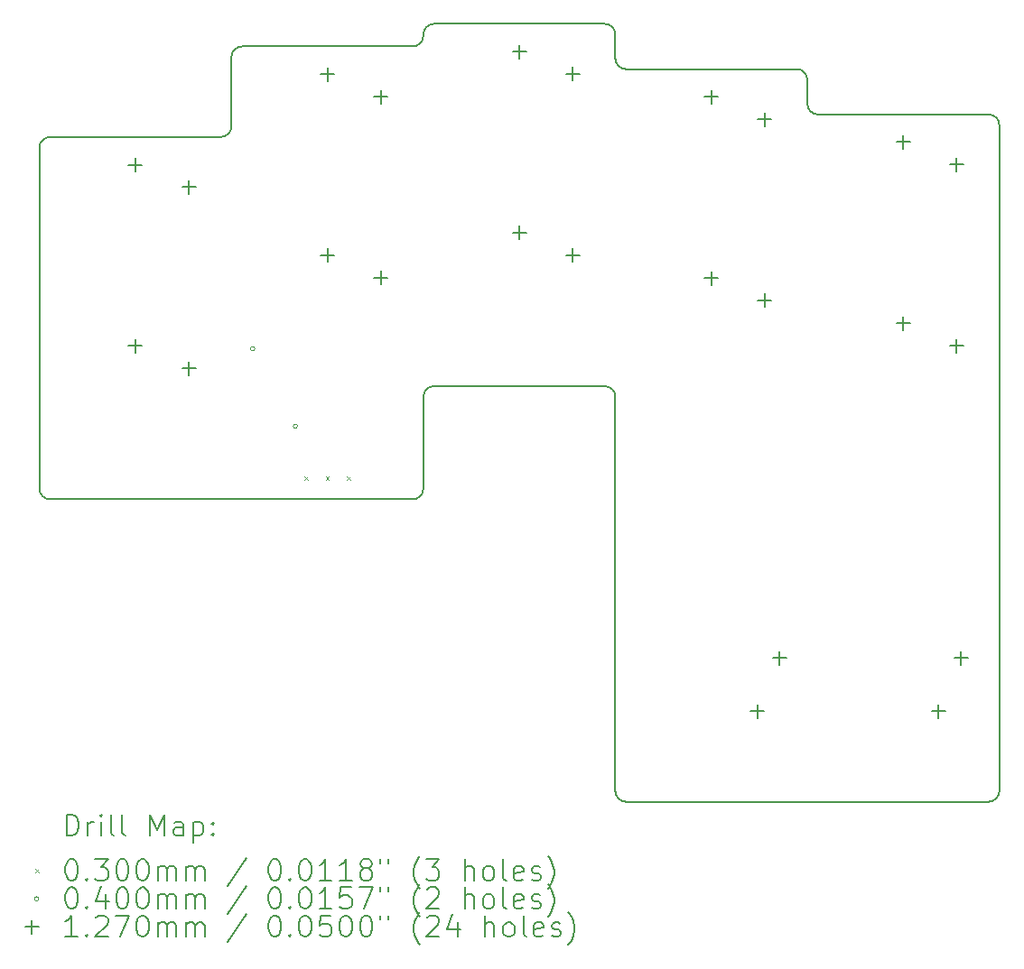
<source format=gbr>
%TF.GenerationSoftware,KiCad,Pcbnew,7.0.8*%
%TF.CreationDate,2024-04-01T22:38:57+01:00*%
%TF.ProjectId,left,6c656674-2e6b-4696-9361-645f70636258,v1.0.0*%
%TF.SameCoordinates,Original*%
%TF.FileFunction,Drillmap*%
%TF.FilePolarity,Positive*%
%FSLAX45Y45*%
G04 Gerber Fmt 4.5, Leading zero omitted, Abs format (unit mm)*
G04 Created by KiCad (PCBNEW 7.0.8) date 2024-04-01 22:38:57*
%MOMM*%
%LPD*%
G01*
G04 APERTURE LIST*
%ADD10C,0.150000*%
%ADD11C,0.200000*%
%ADD12C,0.030000*%
%ADD13C,0.040000*%
%ADD14C,0.127000*%
G04 APERTURE END LIST*
D10*
X10100000Y-14462500D02*
X13500000Y-14462500D01*
X10000000Y-14362500D02*
X10000000Y-11162500D01*
X11700000Y-11062500D02*
X10100000Y-11062500D01*
X13600000Y-14362500D02*
X13600000Y-13500000D01*
X13500000Y-10212500D02*
X11900000Y-10212500D01*
X11800000Y-10312500D02*
X11800000Y-10962500D01*
X13700000Y-13400000D02*
X15300000Y-13400000D01*
X15400000Y-10325000D02*
X15400000Y-10100000D01*
X15300000Y-10000000D02*
X13700000Y-10000000D01*
X13600000Y-10100000D02*
X13600000Y-10112500D01*
X15400000Y-17200000D02*
X15400000Y-13500000D01*
X17200000Y-10750000D02*
X17200000Y-10525000D01*
X17100000Y-10425000D02*
X15500000Y-10425000D01*
X19000000Y-17200000D02*
X19000000Y-10950000D01*
X18900000Y-10850000D02*
X17300000Y-10850000D01*
X15500000Y-17300000D02*
X18900000Y-17300000D01*
X13500000Y-14462500D02*
G75*
G03*
X13600000Y-14362500I0J100000D01*
G01*
X13700000Y-13400000D02*
G75*
G03*
X13600000Y-13500000I0J-100000D01*
G01*
X15400000Y-13500000D02*
G75*
G03*
X15300000Y-13400000I-100000J0D01*
G01*
X15400000Y-17200000D02*
G75*
G03*
X15500000Y-17300000I100000J0D01*
G01*
X18900000Y-17300000D02*
G75*
G03*
X19000000Y-17200000I0J100000D01*
G01*
X19000000Y-10950000D02*
G75*
G03*
X18900000Y-10850000I-100000J0D01*
G01*
X17200000Y-10750000D02*
G75*
G03*
X17300000Y-10850000I100000J0D01*
G01*
X17200000Y-10525000D02*
G75*
G03*
X17100000Y-10425000I-100000J0D01*
G01*
X15400000Y-10325000D02*
G75*
G03*
X15500000Y-10425000I100000J0D01*
G01*
X15400000Y-10100000D02*
G75*
G03*
X15300000Y-10000000I-100000J0D01*
G01*
X13700000Y-10000000D02*
G75*
G03*
X13600000Y-10100000I0J-100000D01*
G01*
X13500000Y-10212500D02*
G75*
G03*
X13600000Y-10112500I0J100000D01*
G01*
X11900000Y-10212500D02*
G75*
G03*
X11800000Y-10312500I0J-100000D01*
G01*
X11700000Y-11062500D02*
G75*
G03*
X11800000Y-10962500I0J100000D01*
G01*
X10100000Y-11062500D02*
G75*
G03*
X10000000Y-11162500I0J-100000D01*
G01*
X10000000Y-14362500D02*
G75*
G03*
X10100000Y-14462500I100000J0D01*
G01*
D11*
D12*
X12485000Y-14247500D02*
X12515000Y-14277500D01*
X12515000Y-14247500D02*
X12485000Y-14277500D01*
X12685000Y-14247500D02*
X12715000Y-14277500D01*
X12715000Y-14247500D02*
X12685000Y-14277500D01*
X12885000Y-14247500D02*
X12915000Y-14277500D01*
X12915000Y-14247500D02*
X12885000Y-14277500D01*
D13*
X12020000Y-13050000D02*
G75*
G03*
X12020000Y-13050000I-20000J0D01*
G01*
X12420000Y-13775000D02*
G75*
G03*
X12420000Y-13775000I-20000J0D01*
G01*
D14*
X10900000Y-11259000D02*
X10900000Y-11386000D01*
X10836500Y-11322500D02*
X10963500Y-11322500D01*
X10900000Y-12959000D02*
X10900000Y-13086000D01*
X10836500Y-13022500D02*
X10963500Y-13022500D01*
X11400000Y-11469000D02*
X11400000Y-11596000D01*
X11336500Y-11532500D02*
X11463500Y-11532500D01*
X11400000Y-13169000D02*
X11400000Y-13296000D01*
X11336500Y-13232500D02*
X11463500Y-13232500D01*
X12700000Y-10409000D02*
X12700000Y-10536000D01*
X12636500Y-10472500D02*
X12763500Y-10472500D01*
X12700000Y-12109000D02*
X12700000Y-12236000D01*
X12636500Y-12172500D02*
X12763500Y-12172500D01*
X13200000Y-10619000D02*
X13200000Y-10746000D01*
X13136500Y-10682500D02*
X13263500Y-10682500D01*
X13200000Y-12319000D02*
X13200000Y-12446000D01*
X13136500Y-12382500D02*
X13263500Y-12382500D01*
X14500000Y-10196500D02*
X14500000Y-10323500D01*
X14436500Y-10260000D02*
X14563500Y-10260000D01*
X14500000Y-11896500D02*
X14500000Y-12023500D01*
X14436500Y-11960000D02*
X14563500Y-11960000D01*
X15000000Y-10406500D02*
X15000000Y-10533500D01*
X14936500Y-10470000D02*
X15063500Y-10470000D01*
X15000000Y-12106500D02*
X15000000Y-12233500D01*
X14936500Y-12170000D02*
X15063500Y-12170000D01*
X16300000Y-10621500D02*
X16300000Y-10748500D01*
X16236500Y-10685000D02*
X16363500Y-10685000D01*
X16300000Y-12321500D02*
X16300000Y-12448500D01*
X16236500Y-12385000D02*
X16363500Y-12385000D01*
X16730000Y-16386500D02*
X16730000Y-16513500D01*
X16666500Y-16450000D02*
X16793500Y-16450000D01*
X16800000Y-10831500D02*
X16800000Y-10958500D01*
X16736500Y-10895000D02*
X16863500Y-10895000D01*
X16800000Y-12531500D02*
X16800000Y-12658500D01*
X16736500Y-12595000D02*
X16863500Y-12595000D01*
X16940000Y-15886500D02*
X16940000Y-16013500D01*
X16876500Y-15950000D02*
X17003500Y-15950000D01*
X18100000Y-11046500D02*
X18100000Y-11173500D01*
X18036500Y-11110000D02*
X18163500Y-11110000D01*
X18100000Y-12746500D02*
X18100000Y-12873500D01*
X18036500Y-12810000D02*
X18163500Y-12810000D01*
X18430000Y-16386500D02*
X18430000Y-16513500D01*
X18366500Y-16450000D02*
X18493500Y-16450000D01*
X18600000Y-11256500D02*
X18600000Y-11383500D01*
X18536500Y-11320000D02*
X18663500Y-11320000D01*
X18600000Y-12956500D02*
X18600000Y-13083500D01*
X18536500Y-13020000D02*
X18663500Y-13020000D01*
X18640000Y-15886500D02*
X18640000Y-16013500D01*
X18576500Y-15950000D02*
X18703500Y-15950000D01*
D11*
X10253277Y-17618984D02*
X10253277Y-17418984D01*
X10253277Y-17418984D02*
X10300896Y-17418984D01*
X10300896Y-17418984D02*
X10329467Y-17428508D01*
X10329467Y-17428508D02*
X10348515Y-17447555D01*
X10348515Y-17447555D02*
X10358039Y-17466603D01*
X10358039Y-17466603D02*
X10367563Y-17504698D01*
X10367563Y-17504698D02*
X10367563Y-17533270D01*
X10367563Y-17533270D02*
X10358039Y-17571365D01*
X10358039Y-17571365D02*
X10348515Y-17590412D01*
X10348515Y-17590412D02*
X10329467Y-17609460D01*
X10329467Y-17609460D02*
X10300896Y-17618984D01*
X10300896Y-17618984D02*
X10253277Y-17618984D01*
X10453277Y-17618984D02*
X10453277Y-17485650D01*
X10453277Y-17523746D02*
X10462801Y-17504698D01*
X10462801Y-17504698D02*
X10472324Y-17495174D01*
X10472324Y-17495174D02*
X10491372Y-17485650D01*
X10491372Y-17485650D02*
X10510420Y-17485650D01*
X10577086Y-17618984D02*
X10577086Y-17485650D01*
X10577086Y-17418984D02*
X10567563Y-17428508D01*
X10567563Y-17428508D02*
X10577086Y-17438031D01*
X10577086Y-17438031D02*
X10586610Y-17428508D01*
X10586610Y-17428508D02*
X10577086Y-17418984D01*
X10577086Y-17418984D02*
X10577086Y-17438031D01*
X10700896Y-17618984D02*
X10681848Y-17609460D01*
X10681848Y-17609460D02*
X10672324Y-17590412D01*
X10672324Y-17590412D02*
X10672324Y-17418984D01*
X10805658Y-17618984D02*
X10786610Y-17609460D01*
X10786610Y-17609460D02*
X10777086Y-17590412D01*
X10777086Y-17590412D02*
X10777086Y-17418984D01*
X11034229Y-17618984D02*
X11034229Y-17418984D01*
X11034229Y-17418984D02*
X11100896Y-17561841D01*
X11100896Y-17561841D02*
X11167563Y-17418984D01*
X11167563Y-17418984D02*
X11167563Y-17618984D01*
X11348515Y-17618984D02*
X11348515Y-17514222D01*
X11348515Y-17514222D02*
X11338991Y-17495174D01*
X11338991Y-17495174D02*
X11319943Y-17485650D01*
X11319943Y-17485650D02*
X11281848Y-17485650D01*
X11281848Y-17485650D02*
X11262801Y-17495174D01*
X11348515Y-17609460D02*
X11329467Y-17618984D01*
X11329467Y-17618984D02*
X11281848Y-17618984D01*
X11281848Y-17618984D02*
X11262801Y-17609460D01*
X11262801Y-17609460D02*
X11253277Y-17590412D01*
X11253277Y-17590412D02*
X11253277Y-17571365D01*
X11253277Y-17571365D02*
X11262801Y-17552317D01*
X11262801Y-17552317D02*
X11281848Y-17542793D01*
X11281848Y-17542793D02*
X11329467Y-17542793D01*
X11329467Y-17542793D02*
X11348515Y-17533270D01*
X11443753Y-17485650D02*
X11443753Y-17685650D01*
X11443753Y-17495174D02*
X11462801Y-17485650D01*
X11462801Y-17485650D02*
X11500896Y-17485650D01*
X11500896Y-17485650D02*
X11519943Y-17495174D01*
X11519943Y-17495174D02*
X11529467Y-17504698D01*
X11529467Y-17504698D02*
X11538991Y-17523746D01*
X11538991Y-17523746D02*
X11538991Y-17580889D01*
X11538991Y-17580889D02*
X11529467Y-17599936D01*
X11529467Y-17599936D02*
X11519943Y-17609460D01*
X11519943Y-17609460D02*
X11500896Y-17618984D01*
X11500896Y-17618984D02*
X11462801Y-17618984D01*
X11462801Y-17618984D02*
X11443753Y-17609460D01*
X11624705Y-17599936D02*
X11634229Y-17609460D01*
X11634229Y-17609460D02*
X11624705Y-17618984D01*
X11624705Y-17618984D02*
X11615182Y-17609460D01*
X11615182Y-17609460D02*
X11624705Y-17599936D01*
X11624705Y-17599936D02*
X11624705Y-17618984D01*
X11624705Y-17495174D02*
X11634229Y-17504698D01*
X11634229Y-17504698D02*
X11624705Y-17514222D01*
X11624705Y-17514222D02*
X11615182Y-17504698D01*
X11615182Y-17504698D02*
X11624705Y-17495174D01*
X11624705Y-17495174D02*
X11624705Y-17514222D01*
D12*
X9962500Y-17932500D02*
X9992500Y-17962500D01*
X9992500Y-17932500D02*
X9962500Y-17962500D01*
D11*
X10291372Y-17838984D02*
X10310420Y-17838984D01*
X10310420Y-17838984D02*
X10329467Y-17848508D01*
X10329467Y-17848508D02*
X10338991Y-17858031D01*
X10338991Y-17858031D02*
X10348515Y-17877079D01*
X10348515Y-17877079D02*
X10358039Y-17915174D01*
X10358039Y-17915174D02*
X10358039Y-17962793D01*
X10358039Y-17962793D02*
X10348515Y-18000889D01*
X10348515Y-18000889D02*
X10338991Y-18019936D01*
X10338991Y-18019936D02*
X10329467Y-18029460D01*
X10329467Y-18029460D02*
X10310420Y-18038984D01*
X10310420Y-18038984D02*
X10291372Y-18038984D01*
X10291372Y-18038984D02*
X10272324Y-18029460D01*
X10272324Y-18029460D02*
X10262801Y-18019936D01*
X10262801Y-18019936D02*
X10253277Y-18000889D01*
X10253277Y-18000889D02*
X10243753Y-17962793D01*
X10243753Y-17962793D02*
X10243753Y-17915174D01*
X10243753Y-17915174D02*
X10253277Y-17877079D01*
X10253277Y-17877079D02*
X10262801Y-17858031D01*
X10262801Y-17858031D02*
X10272324Y-17848508D01*
X10272324Y-17848508D02*
X10291372Y-17838984D01*
X10443753Y-18019936D02*
X10453277Y-18029460D01*
X10453277Y-18029460D02*
X10443753Y-18038984D01*
X10443753Y-18038984D02*
X10434229Y-18029460D01*
X10434229Y-18029460D02*
X10443753Y-18019936D01*
X10443753Y-18019936D02*
X10443753Y-18038984D01*
X10519944Y-17838984D02*
X10643753Y-17838984D01*
X10643753Y-17838984D02*
X10577086Y-17915174D01*
X10577086Y-17915174D02*
X10605658Y-17915174D01*
X10605658Y-17915174D02*
X10624705Y-17924698D01*
X10624705Y-17924698D02*
X10634229Y-17934222D01*
X10634229Y-17934222D02*
X10643753Y-17953270D01*
X10643753Y-17953270D02*
X10643753Y-18000889D01*
X10643753Y-18000889D02*
X10634229Y-18019936D01*
X10634229Y-18019936D02*
X10624705Y-18029460D01*
X10624705Y-18029460D02*
X10605658Y-18038984D01*
X10605658Y-18038984D02*
X10548515Y-18038984D01*
X10548515Y-18038984D02*
X10529467Y-18029460D01*
X10529467Y-18029460D02*
X10519944Y-18019936D01*
X10767563Y-17838984D02*
X10786610Y-17838984D01*
X10786610Y-17838984D02*
X10805658Y-17848508D01*
X10805658Y-17848508D02*
X10815182Y-17858031D01*
X10815182Y-17858031D02*
X10824705Y-17877079D01*
X10824705Y-17877079D02*
X10834229Y-17915174D01*
X10834229Y-17915174D02*
X10834229Y-17962793D01*
X10834229Y-17962793D02*
X10824705Y-18000889D01*
X10824705Y-18000889D02*
X10815182Y-18019936D01*
X10815182Y-18019936D02*
X10805658Y-18029460D01*
X10805658Y-18029460D02*
X10786610Y-18038984D01*
X10786610Y-18038984D02*
X10767563Y-18038984D01*
X10767563Y-18038984D02*
X10748515Y-18029460D01*
X10748515Y-18029460D02*
X10738991Y-18019936D01*
X10738991Y-18019936D02*
X10729467Y-18000889D01*
X10729467Y-18000889D02*
X10719944Y-17962793D01*
X10719944Y-17962793D02*
X10719944Y-17915174D01*
X10719944Y-17915174D02*
X10729467Y-17877079D01*
X10729467Y-17877079D02*
X10738991Y-17858031D01*
X10738991Y-17858031D02*
X10748515Y-17848508D01*
X10748515Y-17848508D02*
X10767563Y-17838984D01*
X10958039Y-17838984D02*
X10977086Y-17838984D01*
X10977086Y-17838984D02*
X10996134Y-17848508D01*
X10996134Y-17848508D02*
X11005658Y-17858031D01*
X11005658Y-17858031D02*
X11015182Y-17877079D01*
X11015182Y-17877079D02*
X11024705Y-17915174D01*
X11024705Y-17915174D02*
X11024705Y-17962793D01*
X11024705Y-17962793D02*
X11015182Y-18000889D01*
X11015182Y-18000889D02*
X11005658Y-18019936D01*
X11005658Y-18019936D02*
X10996134Y-18029460D01*
X10996134Y-18029460D02*
X10977086Y-18038984D01*
X10977086Y-18038984D02*
X10958039Y-18038984D01*
X10958039Y-18038984D02*
X10938991Y-18029460D01*
X10938991Y-18029460D02*
X10929467Y-18019936D01*
X10929467Y-18019936D02*
X10919944Y-18000889D01*
X10919944Y-18000889D02*
X10910420Y-17962793D01*
X10910420Y-17962793D02*
X10910420Y-17915174D01*
X10910420Y-17915174D02*
X10919944Y-17877079D01*
X10919944Y-17877079D02*
X10929467Y-17858031D01*
X10929467Y-17858031D02*
X10938991Y-17848508D01*
X10938991Y-17848508D02*
X10958039Y-17838984D01*
X11110420Y-18038984D02*
X11110420Y-17905650D01*
X11110420Y-17924698D02*
X11119944Y-17915174D01*
X11119944Y-17915174D02*
X11138991Y-17905650D01*
X11138991Y-17905650D02*
X11167563Y-17905650D01*
X11167563Y-17905650D02*
X11186610Y-17915174D01*
X11186610Y-17915174D02*
X11196134Y-17934222D01*
X11196134Y-17934222D02*
X11196134Y-18038984D01*
X11196134Y-17934222D02*
X11205658Y-17915174D01*
X11205658Y-17915174D02*
X11224705Y-17905650D01*
X11224705Y-17905650D02*
X11253277Y-17905650D01*
X11253277Y-17905650D02*
X11272324Y-17915174D01*
X11272324Y-17915174D02*
X11281848Y-17934222D01*
X11281848Y-17934222D02*
X11281848Y-18038984D01*
X11377086Y-18038984D02*
X11377086Y-17905650D01*
X11377086Y-17924698D02*
X11386610Y-17915174D01*
X11386610Y-17915174D02*
X11405658Y-17905650D01*
X11405658Y-17905650D02*
X11434229Y-17905650D01*
X11434229Y-17905650D02*
X11453277Y-17915174D01*
X11453277Y-17915174D02*
X11462801Y-17934222D01*
X11462801Y-17934222D02*
X11462801Y-18038984D01*
X11462801Y-17934222D02*
X11472324Y-17915174D01*
X11472324Y-17915174D02*
X11491372Y-17905650D01*
X11491372Y-17905650D02*
X11519943Y-17905650D01*
X11519943Y-17905650D02*
X11538991Y-17915174D01*
X11538991Y-17915174D02*
X11548515Y-17934222D01*
X11548515Y-17934222D02*
X11548515Y-18038984D01*
X11938991Y-17829460D02*
X11767563Y-18086603D01*
X12196134Y-17838984D02*
X12215182Y-17838984D01*
X12215182Y-17838984D02*
X12234229Y-17848508D01*
X12234229Y-17848508D02*
X12243753Y-17858031D01*
X12243753Y-17858031D02*
X12253277Y-17877079D01*
X12253277Y-17877079D02*
X12262801Y-17915174D01*
X12262801Y-17915174D02*
X12262801Y-17962793D01*
X12262801Y-17962793D02*
X12253277Y-18000889D01*
X12253277Y-18000889D02*
X12243753Y-18019936D01*
X12243753Y-18019936D02*
X12234229Y-18029460D01*
X12234229Y-18029460D02*
X12215182Y-18038984D01*
X12215182Y-18038984D02*
X12196134Y-18038984D01*
X12196134Y-18038984D02*
X12177086Y-18029460D01*
X12177086Y-18029460D02*
X12167563Y-18019936D01*
X12167563Y-18019936D02*
X12158039Y-18000889D01*
X12158039Y-18000889D02*
X12148515Y-17962793D01*
X12148515Y-17962793D02*
X12148515Y-17915174D01*
X12148515Y-17915174D02*
X12158039Y-17877079D01*
X12158039Y-17877079D02*
X12167563Y-17858031D01*
X12167563Y-17858031D02*
X12177086Y-17848508D01*
X12177086Y-17848508D02*
X12196134Y-17838984D01*
X12348515Y-18019936D02*
X12358039Y-18029460D01*
X12358039Y-18029460D02*
X12348515Y-18038984D01*
X12348515Y-18038984D02*
X12338991Y-18029460D01*
X12338991Y-18029460D02*
X12348515Y-18019936D01*
X12348515Y-18019936D02*
X12348515Y-18038984D01*
X12481848Y-17838984D02*
X12500896Y-17838984D01*
X12500896Y-17838984D02*
X12519944Y-17848508D01*
X12519944Y-17848508D02*
X12529467Y-17858031D01*
X12529467Y-17858031D02*
X12538991Y-17877079D01*
X12538991Y-17877079D02*
X12548515Y-17915174D01*
X12548515Y-17915174D02*
X12548515Y-17962793D01*
X12548515Y-17962793D02*
X12538991Y-18000889D01*
X12538991Y-18000889D02*
X12529467Y-18019936D01*
X12529467Y-18019936D02*
X12519944Y-18029460D01*
X12519944Y-18029460D02*
X12500896Y-18038984D01*
X12500896Y-18038984D02*
X12481848Y-18038984D01*
X12481848Y-18038984D02*
X12462801Y-18029460D01*
X12462801Y-18029460D02*
X12453277Y-18019936D01*
X12453277Y-18019936D02*
X12443753Y-18000889D01*
X12443753Y-18000889D02*
X12434229Y-17962793D01*
X12434229Y-17962793D02*
X12434229Y-17915174D01*
X12434229Y-17915174D02*
X12443753Y-17877079D01*
X12443753Y-17877079D02*
X12453277Y-17858031D01*
X12453277Y-17858031D02*
X12462801Y-17848508D01*
X12462801Y-17848508D02*
X12481848Y-17838984D01*
X12738991Y-18038984D02*
X12624706Y-18038984D01*
X12681848Y-18038984D02*
X12681848Y-17838984D01*
X12681848Y-17838984D02*
X12662801Y-17867555D01*
X12662801Y-17867555D02*
X12643753Y-17886603D01*
X12643753Y-17886603D02*
X12624706Y-17896127D01*
X12929467Y-18038984D02*
X12815182Y-18038984D01*
X12872325Y-18038984D02*
X12872325Y-17838984D01*
X12872325Y-17838984D02*
X12853277Y-17867555D01*
X12853277Y-17867555D02*
X12834229Y-17886603D01*
X12834229Y-17886603D02*
X12815182Y-17896127D01*
X13043753Y-17924698D02*
X13024706Y-17915174D01*
X13024706Y-17915174D02*
X13015182Y-17905650D01*
X13015182Y-17905650D02*
X13005658Y-17886603D01*
X13005658Y-17886603D02*
X13005658Y-17877079D01*
X13005658Y-17877079D02*
X13015182Y-17858031D01*
X13015182Y-17858031D02*
X13024706Y-17848508D01*
X13024706Y-17848508D02*
X13043753Y-17838984D01*
X13043753Y-17838984D02*
X13081848Y-17838984D01*
X13081848Y-17838984D02*
X13100896Y-17848508D01*
X13100896Y-17848508D02*
X13110420Y-17858031D01*
X13110420Y-17858031D02*
X13119944Y-17877079D01*
X13119944Y-17877079D02*
X13119944Y-17886603D01*
X13119944Y-17886603D02*
X13110420Y-17905650D01*
X13110420Y-17905650D02*
X13100896Y-17915174D01*
X13100896Y-17915174D02*
X13081848Y-17924698D01*
X13081848Y-17924698D02*
X13043753Y-17924698D01*
X13043753Y-17924698D02*
X13024706Y-17934222D01*
X13024706Y-17934222D02*
X13015182Y-17943746D01*
X13015182Y-17943746D02*
X13005658Y-17962793D01*
X13005658Y-17962793D02*
X13005658Y-18000889D01*
X13005658Y-18000889D02*
X13015182Y-18019936D01*
X13015182Y-18019936D02*
X13024706Y-18029460D01*
X13024706Y-18029460D02*
X13043753Y-18038984D01*
X13043753Y-18038984D02*
X13081848Y-18038984D01*
X13081848Y-18038984D02*
X13100896Y-18029460D01*
X13100896Y-18029460D02*
X13110420Y-18019936D01*
X13110420Y-18019936D02*
X13119944Y-18000889D01*
X13119944Y-18000889D02*
X13119944Y-17962793D01*
X13119944Y-17962793D02*
X13110420Y-17943746D01*
X13110420Y-17943746D02*
X13100896Y-17934222D01*
X13100896Y-17934222D02*
X13081848Y-17924698D01*
X13196134Y-17838984D02*
X13196134Y-17877079D01*
X13272325Y-17838984D02*
X13272325Y-17877079D01*
X13567563Y-18115174D02*
X13558039Y-18105650D01*
X13558039Y-18105650D02*
X13538991Y-18077079D01*
X13538991Y-18077079D02*
X13529468Y-18058031D01*
X13529468Y-18058031D02*
X13519944Y-18029460D01*
X13519944Y-18029460D02*
X13510420Y-17981841D01*
X13510420Y-17981841D02*
X13510420Y-17943746D01*
X13510420Y-17943746D02*
X13519944Y-17896127D01*
X13519944Y-17896127D02*
X13529468Y-17867555D01*
X13529468Y-17867555D02*
X13538991Y-17848508D01*
X13538991Y-17848508D02*
X13558039Y-17819936D01*
X13558039Y-17819936D02*
X13567563Y-17810412D01*
X13624706Y-17838984D02*
X13748515Y-17838984D01*
X13748515Y-17838984D02*
X13681848Y-17915174D01*
X13681848Y-17915174D02*
X13710420Y-17915174D01*
X13710420Y-17915174D02*
X13729468Y-17924698D01*
X13729468Y-17924698D02*
X13738991Y-17934222D01*
X13738991Y-17934222D02*
X13748515Y-17953270D01*
X13748515Y-17953270D02*
X13748515Y-18000889D01*
X13748515Y-18000889D02*
X13738991Y-18019936D01*
X13738991Y-18019936D02*
X13729468Y-18029460D01*
X13729468Y-18029460D02*
X13710420Y-18038984D01*
X13710420Y-18038984D02*
X13653277Y-18038984D01*
X13653277Y-18038984D02*
X13634229Y-18029460D01*
X13634229Y-18029460D02*
X13624706Y-18019936D01*
X13986610Y-18038984D02*
X13986610Y-17838984D01*
X14072325Y-18038984D02*
X14072325Y-17934222D01*
X14072325Y-17934222D02*
X14062801Y-17915174D01*
X14062801Y-17915174D02*
X14043753Y-17905650D01*
X14043753Y-17905650D02*
X14015182Y-17905650D01*
X14015182Y-17905650D02*
X13996134Y-17915174D01*
X13996134Y-17915174D02*
X13986610Y-17924698D01*
X14196134Y-18038984D02*
X14177087Y-18029460D01*
X14177087Y-18029460D02*
X14167563Y-18019936D01*
X14167563Y-18019936D02*
X14158039Y-18000889D01*
X14158039Y-18000889D02*
X14158039Y-17943746D01*
X14158039Y-17943746D02*
X14167563Y-17924698D01*
X14167563Y-17924698D02*
X14177087Y-17915174D01*
X14177087Y-17915174D02*
X14196134Y-17905650D01*
X14196134Y-17905650D02*
X14224706Y-17905650D01*
X14224706Y-17905650D02*
X14243753Y-17915174D01*
X14243753Y-17915174D02*
X14253277Y-17924698D01*
X14253277Y-17924698D02*
X14262801Y-17943746D01*
X14262801Y-17943746D02*
X14262801Y-18000889D01*
X14262801Y-18000889D02*
X14253277Y-18019936D01*
X14253277Y-18019936D02*
X14243753Y-18029460D01*
X14243753Y-18029460D02*
X14224706Y-18038984D01*
X14224706Y-18038984D02*
X14196134Y-18038984D01*
X14377087Y-18038984D02*
X14358039Y-18029460D01*
X14358039Y-18029460D02*
X14348515Y-18010412D01*
X14348515Y-18010412D02*
X14348515Y-17838984D01*
X14529468Y-18029460D02*
X14510420Y-18038984D01*
X14510420Y-18038984D02*
X14472325Y-18038984D01*
X14472325Y-18038984D02*
X14453277Y-18029460D01*
X14453277Y-18029460D02*
X14443753Y-18010412D01*
X14443753Y-18010412D02*
X14443753Y-17934222D01*
X14443753Y-17934222D02*
X14453277Y-17915174D01*
X14453277Y-17915174D02*
X14472325Y-17905650D01*
X14472325Y-17905650D02*
X14510420Y-17905650D01*
X14510420Y-17905650D02*
X14529468Y-17915174D01*
X14529468Y-17915174D02*
X14538991Y-17934222D01*
X14538991Y-17934222D02*
X14538991Y-17953270D01*
X14538991Y-17953270D02*
X14443753Y-17972317D01*
X14615182Y-18029460D02*
X14634230Y-18038984D01*
X14634230Y-18038984D02*
X14672325Y-18038984D01*
X14672325Y-18038984D02*
X14691372Y-18029460D01*
X14691372Y-18029460D02*
X14700896Y-18010412D01*
X14700896Y-18010412D02*
X14700896Y-18000889D01*
X14700896Y-18000889D02*
X14691372Y-17981841D01*
X14691372Y-17981841D02*
X14672325Y-17972317D01*
X14672325Y-17972317D02*
X14643753Y-17972317D01*
X14643753Y-17972317D02*
X14624706Y-17962793D01*
X14624706Y-17962793D02*
X14615182Y-17943746D01*
X14615182Y-17943746D02*
X14615182Y-17934222D01*
X14615182Y-17934222D02*
X14624706Y-17915174D01*
X14624706Y-17915174D02*
X14643753Y-17905650D01*
X14643753Y-17905650D02*
X14672325Y-17905650D01*
X14672325Y-17905650D02*
X14691372Y-17915174D01*
X14767563Y-18115174D02*
X14777087Y-18105650D01*
X14777087Y-18105650D02*
X14796134Y-18077079D01*
X14796134Y-18077079D02*
X14805658Y-18058031D01*
X14805658Y-18058031D02*
X14815182Y-18029460D01*
X14815182Y-18029460D02*
X14824706Y-17981841D01*
X14824706Y-17981841D02*
X14824706Y-17943746D01*
X14824706Y-17943746D02*
X14815182Y-17896127D01*
X14815182Y-17896127D02*
X14805658Y-17867555D01*
X14805658Y-17867555D02*
X14796134Y-17848508D01*
X14796134Y-17848508D02*
X14777087Y-17819936D01*
X14777087Y-17819936D02*
X14767563Y-17810412D01*
D13*
X9992500Y-18211500D02*
G75*
G03*
X9992500Y-18211500I-20000J0D01*
G01*
D11*
X10291372Y-18102984D02*
X10310420Y-18102984D01*
X10310420Y-18102984D02*
X10329467Y-18112508D01*
X10329467Y-18112508D02*
X10338991Y-18122031D01*
X10338991Y-18122031D02*
X10348515Y-18141079D01*
X10348515Y-18141079D02*
X10358039Y-18179174D01*
X10358039Y-18179174D02*
X10358039Y-18226793D01*
X10358039Y-18226793D02*
X10348515Y-18264889D01*
X10348515Y-18264889D02*
X10338991Y-18283936D01*
X10338991Y-18283936D02*
X10329467Y-18293460D01*
X10329467Y-18293460D02*
X10310420Y-18302984D01*
X10310420Y-18302984D02*
X10291372Y-18302984D01*
X10291372Y-18302984D02*
X10272324Y-18293460D01*
X10272324Y-18293460D02*
X10262801Y-18283936D01*
X10262801Y-18283936D02*
X10253277Y-18264889D01*
X10253277Y-18264889D02*
X10243753Y-18226793D01*
X10243753Y-18226793D02*
X10243753Y-18179174D01*
X10243753Y-18179174D02*
X10253277Y-18141079D01*
X10253277Y-18141079D02*
X10262801Y-18122031D01*
X10262801Y-18122031D02*
X10272324Y-18112508D01*
X10272324Y-18112508D02*
X10291372Y-18102984D01*
X10443753Y-18283936D02*
X10453277Y-18293460D01*
X10453277Y-18293460D02*
X10443753Y-18302984D01*
X10443753Y-18302984D02*
X10434229Y-18293460D01*
X10434229Y-18293460D02*
X10443753Y-18283936D01*
X10443753Y-18283936D02*
X10443753Y-18302984D01*
X10624705Y-18169650D02*
X10624705Y-18302984D01*
X10577086Y-18093460D02*
X10529467Y-18236317D01*
X10529467Y-18236317D02*
X10653277Y-18236317D01*
X10767563Y-18102984D02*
X10786610Y-18102984D01*
X10786610Y-18102984D02*
X10805658Y-18112508D01*
X10805658Y-18112508D02*
X10815182Y-18122031D01*
X10815182Y-18122031D02*
X10824705Y-18141079D01*
X10824705Y-18141079D02*
X10834229Y-18179174D01*
X10834229Y-18179174D02*
X10834229Y-18226793D01*
X10834229Y-18226793D02*
X10824705Y-18264889D01*
X10824705Y-18264889D02*
X10815182Y-18283936D01*
X10815182Y-18283936D02*
X10805658Y-18293460D01*
X10805658Y-18293460D02*
X10786610Y-18302984D01*
X10786610Y-18302984D02*
X10767563Y-18302984D01*
X10767563Y-18302984D02*
X10748515Y-18293460D01*
X10748515Y-18293460D02*
X10738991Y-18283936D01*
X10738991Y-18283936D02*
X10729467Y-18264889D01*
X10729467Y-18264889D02*
X10719944Y-18226793D01*
X10719944Y-18226793D02*
X10719944Y-18179174D01*
X10719944Y-18179174D02*
X10729467Y-18141079D01*
X10729467Y-18141079D02*
X10738991Y-18122031D01*
X10738991Y-18122031D02*
X10748515Y-18112508D01*
X10748515Y-18112508D02*
X10767563Y-18102984D01*
X10958039Y-18102984D02*
X10977086Y-18102984D01*
X10977086Y-18102984D02*
X10996134Y-18112508D01*
X10996134Y-18112508D02*
X11005658Y-18122031D01*
X11005658Y-18122031D02*
X11015182Y-18141079D01*
X11015182Y-18141079D02*
X11024705Y-18179174D01*
X11024705Y-18179174D02*
X11024705Y-18226793D01*
X11024705Y-18226793D02*
X11015182Y-18264889D01*
X11015182Y-18264889D02*
X11005658Y-18283936D01*
X11005658Y-18283936D02*
X10996134Y-18293460D01*
X10996134Y-18293460D02*
X10977086Y-18302984D01*
X10977086Y-18302984D02*
X10958039Y-18302984D01*
X10958039Y-18302984D02*
X10938991Y-18293460D01*
X10938991Y-18293460D02*
X10929467Y-18283936D01*
X10929467Y-18283936D02*
X10919944Y-18264889D01*
X10919944Y-18264889D02*
X10910420Y-18226793D01*
X10910420Y-18226793D02*
X10910420Y-18179174D01*
X10910420Y-18179174D02*
X10919944Y-18141079D01*
X10919944Y-18141079D02*
X10929467Y-18122031D01*
X10929467Y-18122031D02*
X10938991Y-18112508D01*
X10938991Y-18112508D02*
X10958039Y-18102984D01*
X11110420Y-18302984D02*
X11110420Y-18169650D01*
X11110420Y-18188698D02*
X11119944Y-18179174D01*
X11119944Y-18179174D02*
X11138991Y-18169650D01*
X11138991Y-18169650D02*
X11167563Y-18169650D01*
X11167563Y-18169650D02*
X11186610Y-18179174D01*
X11186610Y-18179174D02*
X11196134Y-18198222D01*
X11196134Y-18198222D02*
X11196134Y-18302984D01*
X11196134Y-18198222D02*
X11205658Y-18179174D01*
X11205658Y-18179174D02*
X11224705Y-18169650D01*
X11224705Y-18169650D02*
X11253277Y-18169650D01*
X11253277Y-18169650D02*
X11272324Y-18179174D01*
X11272324Y-18179174D02*
X11281848Y-18198222D01*
X11281848Y-18198222D02*
X11281848Y-18302984D01*
X11377086Y-18302984D02*
X11377086Y-18169650D01*
X11377086Y-18188698D02*
X11386610Y-18179174D01*
X11386610Y-18179174D02*
X11405658Y-18169650D01*
X11405658Y-18169650D02*
X11434229Y-18169650D01*
X11434229Y-18169650D02*
X11453277Y-18179174D01*
X11453277Y-18179174D02*
X11462801Y-18198222D01*
X11462801Y-18198222D02*
X11462801Y-18302984D01*
X11462801Y-18198222D02*
X11472324Y-18179174D01*
X11472324Y-18179174D02*
X11491372Y-18169650D01*
X11491372Y-18169650D02*
X11519943Y-18169650D01*
X11519943Y-18169650D02*
X11538991Y-18179174D01*
X11538991Y-18179174D02*
X11548515Y-18198222D01*
X11548515Y-18198222D02*
X11548515Y-18302984D01*
X11938991Y-18093460D02*
X11767563Y-18350603D01*
X12196134Y-18102984D02*
X12215182Y-18102984D01*
X12215182Y-18102984D02*
X12234229Y-18112508D01*
X12234229Y-18112508D02*
X12243753Y-18122031D01*
X12243753Y-18122031D02*
X12253277Y-18141079D01*
X12253277Y-18141079D02*
X12262801Y-18179174D01*
X12262801Y-18179174D02*
X12262801Y-18226793D01*
X12262801Y-18226793D02*
X12253277Y-18264889D01*
X12253277Y-18264889D02*
X12243753Y-18283936D01*
X12243753Y-18283936D02*
X12234229Y-18293460D01*
X12234229Y-18293460D02*
X12215182Y-18302984D01*
X12215182Y-18302984D02*
X12196134Y-18302984D01*
X12196134Y-18302984D02*
X12177086Y-18293460D01*
X12177086Y-18293460D02*
X12167563Y-18283936D01*
X12167563Y-18283936D02*
X12158039Y-18264889D01*
X12158039Y-18264889D02*
X12148515Y-18226793D01*
X12148515Y-18226793D02*
X12148515Y-18179174D01*
X12148515Y-18179174D02*
X12158039Y-18141079D01*
X12158039Y-18141079D02*
X12167563Y-18122031D01*
X12167563Y-18122031D02*
X12177086Y-18112508D01*
X12177086Y-18112508D02*
X12196134Y-18102984D01*
X12348515Y-18283936D02*
X12358039Y-18293460D01*
X12358039Y-18293460D02*
X12348515Y-18302984D01*
X12348515Y-18302984D02*
X12338991Y-18293460D01*
X12338991Y-18293460D02*
X12348515Y-18283936D01*
X12348515Y-18283936D02*
X12348515Y-18302984D01*
X12481848Y-18102984D02*
X12500896Y-18102984D01*
X12500896Y-18102984D02*
X12519944Y-18112508D01*
X12519944Y-18112508D02*
X12529467Y-18122031D01*
X12529467Y-18122031D02*
X12538991Y-18141079D01*
X12538991Y-18141079D02*
X12548515Y-18179174D01*
X12548515Y-18179174D02*
X12548515Y-18226793D01*
X12548515Y-18226793D02*
X12538991Y-18264889D01*
X12538991Y-18264889D02*
X12529467Y-18283936D01*
X12529467Y-18283936D02*
X12519944Y-18293460D01*
X12519944Y-18293460D02*
X12500896Y-18302984D01*
X12500896Y-18302984D02*
X12481848Y-18302984D01*
X12481848Y-18302984D02*
X12462801Y-18293460D01*
X12462801Y-18293460D02*
X12453277Y-18283936D01*
X12453277Y-18283936D02*
X12443753Y-18264889D01*
X12443753Y-18264889D02*
X12434229Y-18226793D01*
X12434229Y-18226793D02*
X12434229Y-18179174D01*
X12434229Y-18179174D02*
X12443753Y-18141079D01*
X12443753Y-18141079D02*
X12453277Y-18122031D01*
X12453277Y-18122031D02*
X12462801Y-18112508D01*
X12462801Y-18112508D02*
X12481848Y-18102984D01*
X12738991Y-18302984D02*
X12624706Y-18302984D01*
X12681848Y-18302984D02*
X12681848Y-18102984D01*
X12681848Y-18102984D02*
X12662801Y-18131555D01*
X12662801Y-18131555D02*
X12643753Y-18150603D01*
X12643753Y-18150603D02*
X12624706Y-18160127D01*
X12919944Y-18102984D02*
X12824706Y-18102984D01*
X12824706Y-18102984D02*
X12815182Y-18198222D01*
X12815182Y-18198222D02*
X12824706Y-18188698D01*
X12824706Y-18188698D02*
X12843753Y-18179174D01*
X12843753Y-18179174D02*
X12891372Y-18179174D01*
X12891372Y-18179174D02*
X12910420Y-18188698D01*
X12910420Y-18188698D02*
X12919944Y-18198222D01*
X12919944Y-18198222D02*
X12929467Y-18217270D01*
X12929467Y-18217270D02*
X12929467Y-18264889D01*
X12929467Y-18264889D02*
X12919944Y-18283936D01*
X12919944Y-18283936D02*
X12910420Y-18293460D01*
X12910420Y-18293460D02*
X12891372Y-18302984D01*
X12891372Y-18302984D02*
X12843753Y-18302984D01*
X12843753Y-18302984D02*
X12824706Y-18293460D01*
X12824706Y-18293460D02*
X12815182Y-18283936D01*
X12996134Y-18102984D02*
X13129467Y-18102984D01*
X13129467Y-18102984D02*
X13043753Y-18302984D01*
X13196134Y-18102984D02*
X13196134Y-18141079D01*
X13272325Y-18102984D02*
X13272325Y-18141079D01*
X13567563Y-18379174D02*
X13558039Y-18369650D01*
X13558039Y-18369650D02*
X13538991Y-18341079D01*
X13538991Y-18341079D02*
X13529468Y-18322031D01*
X13529468Y-18322031D02*
X13519944Y-18293460D01*
X13519944Y-18293460D02*
X13510420Y-18245841D01*
X13510420Y-18245841D02*
X13510420Y-18207746D01*
X13510420Y-18207746D02*
X13519944Y-18160127D01*
X13519944Y-18160127D02*
X13529468Y-18131555D01*
X13529468Y-18131555D02*
X13538991Y-18112508D01*
X13538991Y-18112508D02*
X13558039Y-18083936D01*
X13558039Y-18083936D02*
X13567563Y-18074412D01*
X13634229Y-18122031D02*
X13643753Y-18112508D01*
X13643753Y-18112508D02*
X13662801Y-18102984D01*
X13662801Y-18102984D02*
X13710420Y-18102984D01*
X13710420Y-18102984D02*
X13729468Y-18112508D01*
X13729468Y-18112508D02*
X13738991Y-18122031D01*
X13738991Y-18122031D02*
X13748515Y-18141079D01*
X13748515Y-18141079D02*
X13748515Y-18160127D01*
X13748515Y-18160127D02*
X13738991Y-18188698D01*
X13738991Y-18188698D02*
X13624706Y-18302984D01*
X13624706Y-18302984D02*
X13748515Y-18302984D01*
X13986610Y-18302984D02*
X13986610Y-18102984D01*
X14072325Y-18302984D02*
X14072325Y-18198222D01*
X14072325Y-18198222D02*
X14062801Y-18179174D01*
X14062801Y-18179174D02*
X14043753Y-18169650D01*
X14043753Y-18169650D02*
X14015182Y-18169650D01*
X14015182Y-18169650D02*
X13996134Y-18179174D01*
X13996134Y-18179174D02*
X13986610Y-18188698D01*
X14196134Y-18302984D02*
X14177087Y-18293460D01*
X14177087Y-18293460D02*
X14167563Y-18283936D01*
X14167563Y-18283936D02*
X14158039Y-18264889D01*
X14158039Y-18264889D02*
X14158039Y-18207746D01*
X14158039Y-18207746D02*
X14167563Y-18188698D01*
X14167563Y-18188698D02*
X14177087Y-18179174D01*
X14177087Y-18179174D02*
X14196134Y-18169650D01*
X14196134Y-18169650D02*
X14224706Y-18169650D01*
X14224706Y-18169650D02*
X14243753Y-18179174D01*
X14243753Y-18179174D02*
X14253277Y-18188698D01*
X14253277Y-18188698D02*
X14262801Y-18207746D01*
X14262801Y-18207746D02*
X14262801Y-18264889D01*
X14262801Y-18264889D02*
X14253277Y-18283936D01*
X14253277Y-18283936D02*
X14243753Y-18293460D01*
X14243753Y-18293460D02*
X14224706Y-18302984D01*
X14224706Y-18302984D02*
X14196134Y-18302984D01*
X14377087Y-18302984D02*
X14358039Y-18293460D01*
X14358039Y-18293460D02*
X14348515Y-18274412D01*
X14348515Y-18274412D02*
X14348515Y-18102984D01*
X14529468Y-18293460D02*
X14510420Y-18302984D01*
X14510420Y-18302984D02*
X14472325Y-18302984D01*
X14472325Y-18302984D02*
X14453277Y-18293460D01*
X14453277Y-18293460D02*
X14443753Y-18274412D01*
X14443753Y-18274412D02*
X14443753Y-18198222D01*
X14443753Y-18198222D02*
X14453277Y-18179174D01*
X14453277Y-18179174D02*
X14472325Y-18169650D01*
X14472325Y-18169650D02*
X14510420Y-18169650D01*
X14510420Y-18169650D02*
X14529468Y-18179174D01*
X14529468Y-18179174D02*
X14538991Y-18198222D01*
X14538991Y-18198222D02*
X14538991Y-18217270D01*
X14538991Y-18217270D02*
X14443753Y-18236317D01*
X14615182Y-18293460D02*
X14634230Y-18302984D01*
X14634230Y-18302984D02*
X14672325Y-18302984D01*
X14672325Y-18302984D02*
X14691372Y-18293460D01*
X14691372Y-18293460D02*
X14700896Y-18274412D01*
X14700896Y-18274412D02*
X14700896Y-18264889D01*
X14700896Y-18264889D02*
X14691372Y-18245841D01*
X14691372Y-18245841D02*
X14672325Y-18236317D01*
X14672325Y-18236317D02*
X14643753Y-18236317D01*
X14643753Y-18236317D02*
X14624706Y-18226793D01*
X14624706Y-18226793D02*
X14615182Y-18207746D01*
X14615182Y-18207746D02*
X14615182Y-18198222D01*
X14615182Y-18198222D02*
X14624706Y-18179174D01*
X14624706Y-18179174D02*
X14643753Y-18169650D01*
X14643753Y-18169650D02*
X14672325Y-18169650D01*
X14672325Y-18169650D02*
X14691372Y-18179174D01*
X14767563Y-18379174D02*
X14777087Y-18369650D01*
X14777087Y-18369650D02*
X14796134Y-18341079D01*
X14796134Y-18341079D02*
X14805658Y-18322031D01*
X14805658Y-18322031D02*
X14815182Y-18293460D01*
X14815182Y-18293460D02*
X14824706Y-18245841D01*
X14824706Y-18245841D02*
X14824706Y-18207746D01*
X14824706Y-18207746D02*
X14815182Y-18160127D01*
X14815182Y-18160127D02*
X14805658Y-18131555D01*
X14805658Y-18131555D02*
X14796134Y-18112508D01*
X14796134Y-18112508D02*
X14777087Y-18083936D01*
X14777087Y-18083936D02*
X14767563Y-18074412D01*
D14*
X9929000Y-18412000D02*
X9929000Y-18539000D01*
X9865500Y-18475500D02*
X9992500Y-18475500D01*
D11*
X10358039Y-18566984D02*
X10243753Y-18566984D01*
X10300896Y-18566984D02*
X10300896Y-18366984D01*
X10300896Y-18366984D02*
X10281848Y-18395555D01*
X10281848Y-18395555D02*
X10262801Y-18414603D01*
X10262801Y-18414603D02*
X10243753Y-18424127D01*
X10443753Y-18547936D02*
X10453277Y-18557460D01*
X10453277Y-18557460D02*
X10443753Y-18566984D01*
X10443753Y-18566984D02*
X10434229Y-18557460D01*
X10434229Y-18557460D02*
X10443753Y-18547936D01*
X10443753Y-18547936D02*
X10443753Y-18566984D01*
X10529467Y-18386031D02*
X10538991Y-18376508D01*
X10538991Y-18376508D02*
X10558039Y-18366984D01*
X10558039Y-18366984D02*
X10605658Y-18366984D01*
X10605658Y-18366984D02*
X10624705Y-18376508D01*
X10624705Y-18376508D02*
X10634229Y-18386031D01*
X10634229Y-18386031D02*
X10643753Y-18405079D01*
X10643753Y-18405079D02*
X10643753Y-18424127D01*
X10643753Y-18424127D02*
X10634229Y-18452698D01*
X10634229Y-18452698D02*
X10519944Y-18566984D01*
X10519944Y-18566984D02*
X10643753Y-18566984D01*
X10710420Y-18366984D02*
X10843753Y-18366984D01*
X10843753Y-18366984D02*
X10758039Y-18566984D01*
X10958039Y-18366984D02*
X10977086Y-18366984D01*
X10977086Y-18366984D02*
X10996134Y-18376508D01*
X10996134Y-18376508D02*
X11005658Y-18386031D01*
X11005658Y-18386031D02*
X11015182Y-18405079D01*
X11015182Y-18405079D02*
X11024705Y-18443174D01*
X11024705Y-18443174D02*
X11024705Y-18490793D01*
X11024705Y-18490793D02*
X11015182Y-18528889D01*
X11015182Y-18528889D02*
X11005658Y-18547936D01*
X11005658Y-18547936D02*
X10996134Y-18557460D01*
X10996134Y-18557460D02*
X10977086Y-18566984D01*
X10977086Y-18566984D02*
X10958039Y-18566984D01*
X10958039Y-18566984D02*
X10938991Y-18557460D01*
X10938991Y-18557460D02*
X10929467Y-18547936D01*
X10929467Y-18547936D02*
X10919944Y-18528889D01*
X10919944Y-18528889D02*
X10910420Y-18490793D01*
X10910420Y-18490793D02*
X10910420Y-18443174D01*
X10910420Y-18443174D02*
X10919944Y-18405079D01*
X10919944Y-18405079D02*
X10929467Y-18386031D01*
X10929467Y-18386031D02*
X10938991Y-18376508D01*
X10938991Y-18376508D02*
X10958039Y-18366984D01*
X11110420Y-18566984D02*
X11110420Y-18433650D01*
X11110420Y-18452698D02*
X11119944Y-18443174D01*
X11119944Y-18443174D02*
X11138991Y-18433650D01*
X11138991Y-18433650D02*
X11167563Y-18433650D01*
X11167563Y-18433650D02*
X11186610Y-18443174D01*
X11186610Y-18443174D02*
X11196134Y-18462222D01*
X11196134Y-18462222D02*
X11196134Y-18566984D01*
X11196134Y-18462222D02*
X11205658Y-18443174D01*
X11205658Y-18443174D02*
X11224705Y-18433650D01*
X11224705Y-18433650D02*
X11253277Y-18433650D01*
X11253277Y-18433650D02*
X11272324Y-18443174D01*
X11272324Y-18443174D02*
X11281848Y-18462222D01*
X11281848Y-18462222D02*
X11281848Y-18566984D01*
X11377086Y-18566984D02*
X11377086Y-18433650D01*
X11377086Y-18452698D02*
X11386610Y-18443174D01*
X11386610Y-18443174D02*
X11405658Y-18433650D01*
X11405658Y-18433650D02*
X11434229Y-18433650D01*
X11434229Y-18433650D02*
X11453277Y-18443174D01*
X11453277Y-18443174D02*
X11462801Y-18462222D01*
X11462801Y-18462222D02*
X11462801Y-18566984D01*
X11462801Y-18462222D02*
X11472324Y-18443174D01*
X11472324Y-18443174D02*
X11491372Y-18433650D01*
X11491372Y-18433650D02*
X11519943Y-18433650D01*
X11519943Y-18433650D02*
X11538991Y-18443174D01*
X11538991Y-18443174D02*
X11548515Y-18462222D01*
X11548515Y-18462222D02*
X11548515Y-18566984D01*
X11938991Y-18357460D02*
X11767563Y-18614603D01*
X12196134Y-18366984D02*
X12215182Y-18366984D01*
X12215182Y-18366984D02*
X12234229Y-18376508D01*
X12234229Y-18376508D02*
X12243753Y-18386031D01*
X12243753Y-18386031D02*
X12253277Y-18405079D01*
X12253277Y-18405079D02*
X12262801Y-18443174D01*
X12262801Y-18443174D02*
X12262801Y-18490793D01*
X12262801Y-18490793D02*
X12253277Y-18528889D01*
X12253277Y-18528889D02*
X12243753Y-18547936D01*
X12243753Y-18547936D02*
X12234229Y-18557460D01*
X12234229Y-18557460D02*
X12215182Y-18566984D01*
X12215182Y-18566984D02*
X12196134Y-18566984D01*
X12196134Y-18566984D02*
X12177086Y-18557460D01*
X12177086Y-18557460D02*
X12167563Y-18547936D01*
X12167563Y-18547936D02*
X12158039Y-18528889D01*
X12158039Y-18528889D02*
X12148515Y-18490793D01*
X12148515Y-18490793D02*
X12148515Y-18443174D01*
X12148515Y-18443174D02*
X12158039Y-18405079D01*
X12158039Y-18405079D02*
X12167563Y-18386031D01*
X12167563Y-18386031D02*
X12177086Y-18376508D01*
X12177086Y-18376508D02*
X12196134Y-18366984D01*
X12348515Y-18547936D02*
X12358039Y-18557460D01*
X12358039Y-18557460D02*
X12348515Y-18566984D01*
X12348515Y-18566984D02*
X12338991Y-18557460D01*
X12338991Y-18557460D02*
X12348515Y-18547936D01*
X12348515Y-18547936D02*
X12348515Y-18566984D01*
X12481848Y-18366984D02*
X12500896Y-18366984D01*
X12500896Y-18366984D02*
X12519944Y-18376508D01*
X12519944Y-18376508D02*
X12529467Y-18386031D01*
X12529467Y-18386031D02*
X12538991Y-18405079D01*
X12538991Y-18405079D02*
X12548515Y-18443174D01*
X12548515Y-18443174D02*
X12548515Y-18490793D01*
X12548515Y-18490793D02*
X12538991Y-18528889D01*
X12538991Y-18528889D02*
X12529467Y-18547936D01*
X12529467Y-18547936D02*
X12519944Y-18557460D01*
X12519944Y-18557460D02*
X12500896Y-18566984D01*
X12500896Y-18566984D02*
X12481848Y-18566984D01*
X12481848Y-18566984D02*
X12462801Y-18557460D01*
X12462801Y-18557460D02*
X12453277Y-18547936D01*
X12453277Y-18547936D02*
X12443753Y-18528889D01*
X12443753Y-18528889D02*
X12434229Y-18490793D01*
X12434229Y-18490793D02*
X12434229Y-18443174D01*
X12434229Y-18443174D02*
X12443753Y-18405079D01*
X12443753Y-18405079D02*
X12453277Y-18386031D01*
X12453277Y-18386031D02*
X12462801Y-18376508D01*
X12462801Y-18376508D02*
X12481848Y-18366984D01*
X12729467Y-18366984D02*
X12634229Y-18366984D01*
X12634229Y-18366984D02*
X12624706Y-18462222D01*
X12624706Y-18462222D02*
X12634229Y-18452698D01*
X12634229Y-18452698D02*
X12653277Y-18443174D01*
X12653277Y-18443174D02*
X12700896Y-18443174D01*
X12700896Y-18443174D02*
X12719944Y-18452698D01*
X12719944Y-18452698D02*
X12729467Y-18462222D01*
X12729467Y-18462222D02*
X12738991Y-18481270D01*
X12738991Y-18481270D02*
X12738991Y-18528889D01*
X12738991Y-18528889D02*
X12729467Y-18547936D01*
X12729467Y-18547936D02*
X12719944Y-18557460D01*
X12719944Y-18557460D02*
X12700896Y-18566984D01*
X12700896Y-18566984D02*
X12653277Y-18566984D01*
X12653277Y-18566984D02*
X12634229Y-18557460D01*
X12634229Y-18557460D02*
X12624706Y-18547936D01*
X12862801Y-18366984D02*
X12881848Y-18366984D01*
X12881848Y-18366984D02*
X12900896Y-18376508D01*
X12900896Y-18376508D02*
X12910420Y-18386031D01*
X12910420Y-18386031D02*
X12919944Y-18405079D01*
X12919944Y-18405079D02*
X12929467Y-18443174D01*
X12929467Y-18443174D02*
X12929467Y-18490793D01*
X12929467Y-18490793D02*
X12919944Y-18528889D01*
X12919944Y-18528889D02*
X12910420Y-18547936D01*
X12910420Y-18547936D02*
X12900896Y-18557460D01*
X12900896Y-18557460D02*
X12881848Y-18566984D01*
X12881848Y-18566984D02*
X12862801Y-18566984D01*
X12862801Y-18566984D02*
X12843753Y-18557460D01*
X12843753Y-18557460D02*
X12834229Y-18547936D01*
X12834229Y-18547936D02*
X12824706Y-18528889D01*
X12824706Y-18528889D02*
X12815182Y-18490793D01*
X12815182Y-18490793D02*
X12815182Y-18443174D01*
X12815182Y-18443174D02*
X12824706Y-18405079D01*
X12824706Y-18405079D02*
X12834229Y-18386031D01*
X12834229Y-18386031D02*
X12843753Y-18376508D01*
X12843753Y-18376508D02*
X12862801Y-18366984D01*
X13053277Y-18366984D02*
X13072325Y-18366984D01*
X13072325Y-18366984D02*
X13091372Y-18376508D01*
X13091372Y-18376508D02*
X13100896Y-18386031D01*
X13100896Y-18386031D02*
X13110420Y-18405079D01*
X13110420Y-18405079D02*
X13119944Y-18443174D01*
X13119944Y-18443174D02*
X13119944Y-18490793D01*
X13119944Y-18490793D02*
X13110420Y-18528889D01*
X13110420Y-18528889D02*
X13100896Y-18547936D01*
X13100896Y-18547936D02*
X13091372Y-18557460D01*
X13091372Y-18557460D02*
X13072325Y-18566984D01*
X13072325Y-18566984D02*
X13053277Y-18566984D01*
X13053277Y-18566984D02*
X13034229Y-18557460D01*
X13034229Y-18557460D02*
X13024706Y-18547936D01*
X13024706Y-18547936D02*
X13015182Y-18528889D01*
X13015182Y-18528889D02*
X13005658Y-18490793D01*
X13005658Y-18490793D02*
X13005658Y-18443174D01*
X13005658Y-18443174D02*
X13015182Y-18405079D01*
X13015182Y-18405079D02*
X13024706Y-18386031D01*
X13024706Y-18386031D02*
X13034229Y-18376508D01*
X13034229Y-18376508D02*
X13053277Y-18366984D01*
X13196134Y-18366984D02*
X13196134Y-18405079D01*
X13272325Y-18366984D02*
X13272325Y-18405079D01*
X13567563Y-18643174D02*
X13558039Y-18633650D01*
X13558039Y-18633650D02*
X13538991Y-18605079D01*
X13538991Y-18605079D02*
X13529468Y-18586031D01*
X13529468Y-18586031D02*
X13519944Y-18557460D01*
X13519944Y-18557460D02*
X13510420Y-18509841D01*
X13510420Y-18509841D02*
X13510420Y-18471746D01*
X13510420Y-18471746D02*
X13519944Y-18424127D01*
X13519944Y-18424127D02*
X13529468Y-18395555D01*
X13529468Y-18395555D02*
X13538991Y-18376508D01*
X13538991Y-18376508D02*
X13558039Y-18347936D01*
X13558039Y-18347936D02*
X13567563Y-18338412D01*
X13634229Y-18386031D02*
X13643753Y-18376508D01*
X13643753Y-18376508D02*
X13662801Y-18366984D01*
X13662801Y-18366984D02*
X13710420Y-18366984D01*
X13710420Y-18366984D02*
X13729468Y-18376508D01*
X13729468Y-18376508D02*
X13738991Y-18386031D01*
X13738991Y-18386031D02*
X13748515Y-18405079D01*
X13748515Y-18405079D02*
X13748515Y-18424127D01*
X13748515Y-18424127D02*
X13738991Y-18452698D01*
X13738991Y-18452698D02*
X13624706Y-18566984D01*
X13624706Y-18566984D02*
X13748515Y-18566984D01*
X13919944Y-18433650D02*
X13919944Y-18566984D01*
X13872325Y-18357460D02*
X13824706Y-18500317D01*
X13824706Y-18500317D02*
X13948515Y-18500317D01*
X14177087Y-18566984D02*
X14177087Y-18366984D01*
X14262801Y-18566984D02*
X14262801Y-18462222D01*
X14262801Y-18462222D02*
X14253277Y-18443174D01*
X14253277Y-18443174D02*
X14234230Y-18433650D01*
X14234230Y-18433650D02*
X14205658Y-18433650D01*
X14205658Y-18433650D02*
X14186610Y-18443174D01*
X14186610Y-18443174D02*
X14177087Y-18452698D01*
X14386610Y-18566984D02*
X14367563Y-18557460D01*
X14367563Y-18557460D02*
X14358039Y-18547936D01*
X14358039Y-18547936D02*
X14348515Y-18528889D01*
X14348515Y-18528889D02*
X14348515Y-18471746D01*
X14348515Y-18471746D02*
X14358039Y-18452698D01*
X14358039Y-18452698D02*
X14367563Y-18443174D01*
X14367563Y-18443174D02*
X14386610Y-18433650D01*
X14386610Y-18433650D02*
X14415182Y-18433650D01*
X14415182Y-18433650D02*
X14434230Y-18443174D01*
X14434230Y-18443174D02*
X14443753Y-18452698D01*
X14443753Y-18452698D02*
X14453277Y-18471746D01*
X14453277Y-18471746D02*
X14453277Y-18528889D01*
X14453277Y-18528889D02*
X14443753Y-18547936D01*
X14443753Y-18547936D02*
X14434230Y-18557460D01*
X14434230Y-18557460D02*
X14415182Y-18566984D01*
X14415182Y-18566984D02*
X14386610Y-18566984D01*
X14567563Y-18566984D02*
X14548515Y-18557460D01*
X14548515Y-18557460D02*
X14538991Y-18538412D01*
X14538991Y-18538412D02*
X14538991Y-18366984D01*
X14719944Y-18557460D02*
X14700896Y-18566984D01*
X14700896Y-18566984D02*
X14662801Y-18566984D01*
X14662801Y-18566984D02*
X14643753Y-18557460D01*
X14643753Y-18557460D02*
X14634230Y-18538412D01*
X14634230Y-18538412D02*
X14634230Y-18462222D01*
X14634230Y-18462222D02*
X14643753Y-18443174D01*
X14643753Y-18443174D02*
X14662801Y-18433650D01*
X14662801Y-18433650D02*
X14700896Y-18433650D01*
X14700896Y-18433650D02*
X14719944Y-18443174D01*
X14719944Y-18443174D02*
X14729468Y-18462222D01*
X14729468Y-18462222D02*
X14729468Y-18481270D01*
X14729468Y-18481270D02*
X14634230Y-18500317D01*
X14805658Y-18557460D02*
X14824706Y-18566984D01*
X14824706Y-18566984D02*
X14862801Y-18566984D01*
X14862801Y-18566984D02*
X14881849Y-18557460D01*
X14881849Y-18557460D02*
X14891372Y-18538412D01*
X14891372Y-18538412D02*
X14891372Y-18528889D01*
X14891372Y-18528889D02*
X14881849Y-18509841D01*
X14881849Y-18509841D02*
X14862801Y-18500317D01*
X14862801Y-18500317D02*
X14834230Y-18500317D01*
X14834230Y-18500317D02*
X14815182Y-18490793D01*
X14815182Y-18490793D02*
X14805658Y-18471746D01*
X14805658Y-18471746D02*
X14805658Y-18462222D01*
X14805658Y-18462222D02*
X14815182Y-18443174D01*
X14815182Y-18443174D02*
X14834230Y-18433650D01*
X14834230Y-18433650D02*
X14862801Y-18433650D01*
X14862801Y-18433650D02*
X14881849Y-18443174D01*
X14958039Y-18643174D02*
X14967563Y-18633650D01*
X14967563Y-18633650D02*
X14986611Y-18605079D01*
X14986611Y-18605079D02*
X14996134Y-18586031D01*
X14996134Y-18586031D02*
X15005658Y-18557460D01*
X15005658Y-18557460D02*
X15015182Y-18509841D01*
X15015182Y-18509841D02*
X15015182Y-18471746D01*
X15015182Y-18471746D02*
X15005658Y-18424127D01*
X15005658Y-18424127D02*
X14996134Y-18395555D01*
X14996134Y-18395555D02*
X14986611Y-18376508D01*
X14986611Y-18376508D02*
X14967563Y-18347936D01*
X14967563Y-18347936D02*
X14958039Y-18338412D01*
M02*

</source>
